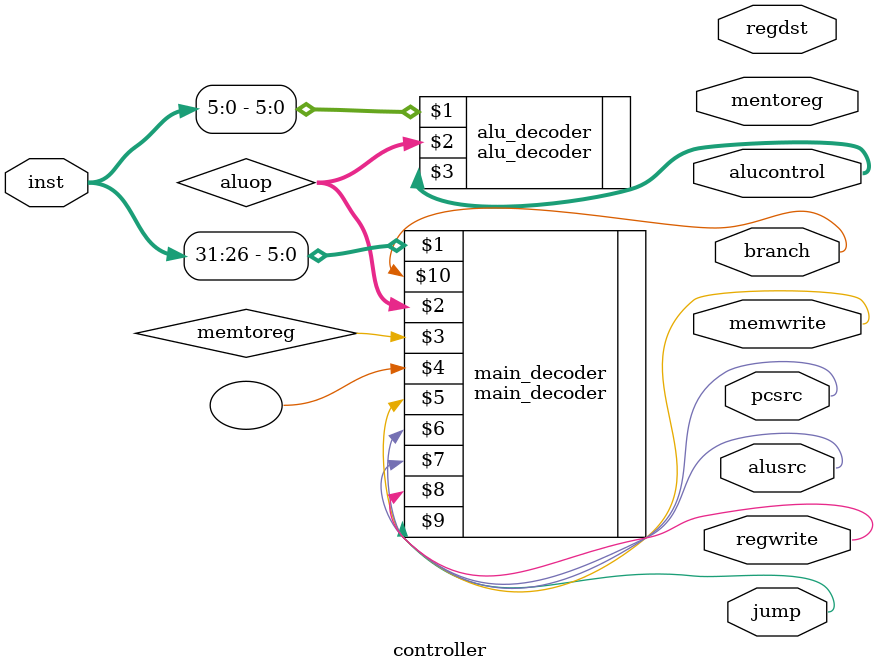
<source format=v>
module controller(
    input [31:0] inst,
    output mentoreg,
    output memwrite,
    output pcsrc,
    output alusrc,
    output regdst,
    output regwrite,
    output jump,
    output branch,
    output [2:0] alucontrol
    );
    
    wire[1:0] aluop;
    main_decoder main_decoder(inst[31:26],aluop,memtoreg,,memwrite,pcsrc,alusrc,regwrite,jump,branch);
    alu_decoder alu_decoder(inst[5:0],aluop,alucontrol);
    
endmodule
</source>
